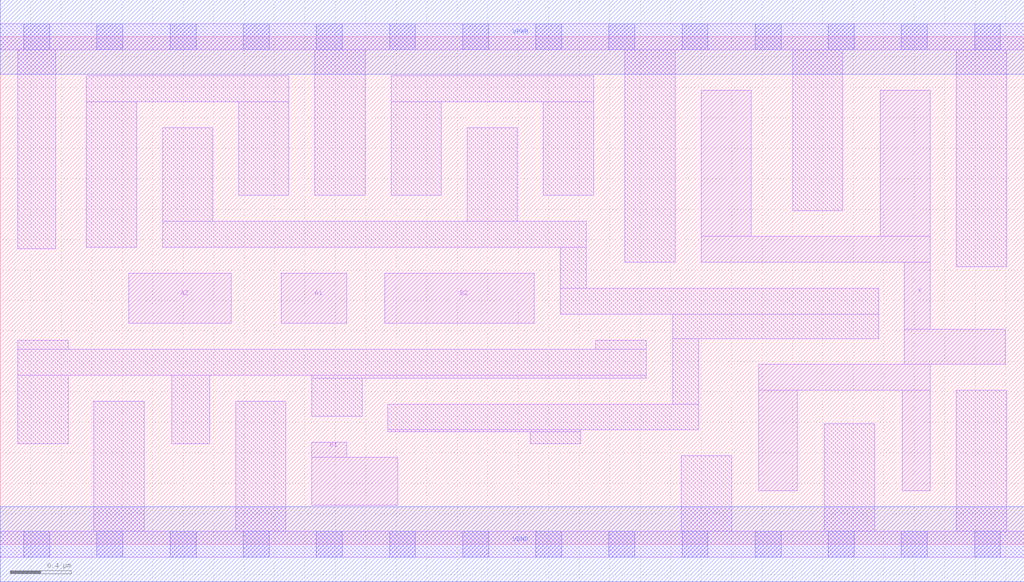
<source format=lef>
# Copyright 2020 The SkyWater PDK Authors
#
# Licensed under the Apache License, Version 2.0 (the "License");
# you may not use this file except in compliance with the License.
# You may obtain a copy of the License at
#
#     https://www.apache.org/licenses/LICENSE-2.0
#
# Unless required by applicable law or agreed to in writing, software
# distributed under the License is distributed on an "AS IS" BASIS,
# WITHOUT WARRANTIES OR CONDITIONS OF ANY KIND, either express or implied.
# See the License for the specific language governing permissions and
# limitations under the License.
#
# SPDX-License-Identifier: Apache-2.0

VERSION 5.7 ;
  NAMESCASESENSITIVE ON ;
  NOWIREEXTENSIONATPIN ON ;
  DIVIDERCHAR "/" ;
  BUSBITCHARS "[]" ;
UNITS
  DATABASE MICRONS 200 ;
END UNITS
MACRO sky130_fd_sc_ls__o22a_4
  CLASS CORE ;
  SOURCE USER ;
  FOREIGN sky130_fd_sc_ls__o22a_4 ;
  ORIGIN  0.000000  0.000000 ;
  SIZE  6.720000 BY  3.330000 ;
  SYMMETRY X Y ;
  SITE unit ;
  PIN A1
    ANTENNAGATEAREA  0.492000 ;
    DIRECTION INPUT ;
    USE SIGNAL ;
    PORT
      LAYER li1 ;
        RECT 1.845000 1.450000 2.275000 1.780000 ;
    END
  END A1
  PIN A2
    ANTENNAGATEAREA  0.492000 ;
    DIRECTION INPUT ;
    USE SIGNAL ;
    PORT
      LAYER li1 ;
        RECT 0.845000 1.450000 1.515000 1.780000 ;
    END
  END A2
  PIN B1
    ANTENNAGATEAREA  0.492000 ;
    DIRECTION INPUT ;
    USE SIGNAL ;
    PORT
      LAYER li1 ;
        RECT 2.045000 0.255000 2.610000 0.570000 ;
        RECT 2.045000 0.570000 2.275000 0.670000 ;
    END
  END B1
  PIN B2
    ANTENNAGATEAREA  0.492000 ;
    DIRECTION INPUT ;
    USE SIGNAL ;
    PORT
      LAYER li1 ;
        RECT 2.525000 1.450000 3.505000 1.780000 ;
    END
  END B2
  PIN X
    ANTENNADIFFAREA  1.125600 ;
    DIRECTION OUTPUT ;
    USE SIGNAL ;
    PORT
      LAYER li1 ;
        RECT 4.600000 1.850000 6.105000 2.020000 ;
        RECT 4.600000 2.020000 4.930000 2.980000 ;
        RECT 4.980000 0.350000 5.230000 1.010000 ;
        RECT 4.980000 1.010000 6.105000 1.180000 ;
        RECT 5.775000 2.020000 6.105000 2.980000 ;
        RECT 5.920000 0.350000 6.105000 1.010000 ;
        RECT 5.935000 1.180000 6.595000 1.410000 ;
        RECT 5.935000 1.410000 6.105000 1.850000 ;
    END
  END X
  PIN VGND
    DIRECTION INOUT ;
    SHAPE ABUTMENT ;
    USE GROUND ;
    PORT
      LAYER met1 ;
        RECT 0.000000 -0.245000 6.720000 0.245000 ;
    END
  END VGND
  PIN VPWR
    DIRECTION INOUT ;
    SHAPE ABUTMENT ;
    USE POWER ;
    PORT
      LAYER met1 ;
        RECT 0.000000 3.085000 6.720000 3.575000 ;
    END
  END VPWR
  OBS
    LAYER li1 ;
      RECT 0.000000 -0.085000 6.720000 0.085000 ;
      RECT 0.000000  3.245000 6.720000 3.415000 ;
      RECT 0.115000  0.660000 0.445000 1.110000 ;
      RECT 0.115000  1.110000 4.240000 1.280000 ;
      RECT 0.115000  1.280000 0.445000 1.340000 ;
      RECT 0.115000  1.940000 0.365000 3.245000 ;
      RECT 0.565000  1.950000 0.895000 2.905000 ;
      RECT 0.565000  2.905000 1.895000 3.075000 ;
      RECT 0.615000  0.085000 0.945000 0.940000 ;
      RECT 1.065000  1.950000 3.845000 2.120000 ;
      RECT 1.065000  2.120000 1.395000 2.735000 ;
      RECT 1.125000  0.660000 1.375000 1.110000 ;
      RECT 1.545000  0.085000 1.875000 0.940000 ;
      RECT 1.565000  2.290000 1.895000 2.905000 ;
      RECT 2.045000  0.840000 2.375000 1.090000 ;
      RECT 2.045000  1.090000 4.240000 1.110000 ;
      RECT 2.065000  2.290000 2.395000 3.245000 ;
      RECT 2.545000  0.740000 3.810000 0.750000 ;
      RECT 2.545000  0.750000 4.585000 0.920000 ;
      RECT 2.565000  2.290000 2.895000 2.905000 ;
      RECT 2.565000  2.905000 3.895000 3.075000 ;
      RECT 3.065000  2.120000 3.395000 2.735000 ;
      RECT 3.480000  0.660000 3.810000 0.740000 ;
      RECT 3.565000  2.290000 3.895000 2.905000 ;
      RECT 3.675000  1.510000 5.765000 1.680000 ;
      RECT 3.675000  1.680000 3.845000 1.950000 ;
      RECT 3.910000  1.280000 4.240000 1.340000 ;
      RECT 4.100000  1.850000 4.430000 3.245000 ;
      RECT 4.415000  0.920000 4.585000 1.350000 ;
      RECT 4.415000  1.350000 5.765000 1.510000 ;
      RECT 4.470000  0.085000 4.800000 0.580000 ;
      RECT 5.200000  2.190000 5.530000 3.245000 ;
      RECT 5.410000  0.085000 5.740000 0.790000 ;
      RECT 6.275000  0.085000 6.605000 1.010000 ;
      RECT 6.275000  1.820000 6.605000 3.245000 ;
    LAYER mcon ;
      RECT 0.155000 -0.085000 0.325000 0.085000 ;
      RECT 0.155000  3.245000 0.325000 3.415000 ;
      RECT 0.635000 -0.085000 0.805000 0.085000 ;
      RECT 0.635000  3.245000 0.805000 3.415000 ;
      RECT 1.115000 -0.085000 1.285000 0.085000 ;
      RECT 1.115000  3.245000 1.285000 3.415000 ;
      RECT 1.595000 -0.085000 1.765000 0.085000 ;
      RECT 1.595000  3.245000 1.765000 3.415000 ;
      RECT 2.075000 -0.085000 2.245000 0.085000 ;
      RECT 2.075000  3.245000 2.245000 3.415000 ;
      RECT 2.555000 -0.085000 2.725000 0.085000 ;
      RECT 2.555000  3.245000 2.725000 3.415000 ;
      RECT 3.035000 -0.085000 3.205000 0.085000 ;
      RECT 3.035000  3.245000 3.205000 3.415000 ;
      RECT 3.515000 -0.085000 3.685000 0.085000 ;
      RECT 3.515000  3.245000 3.685000 3.415000 ;
      RECT 3.995000 -0.085000 4.165000 0.085000 ;
      RECT 3.995000  3.245000 4.165000 3.415000 ;
      RECT 4.475000 -0.085000 4.645000 0.085000 ;
      RECT 4.475000  3.245000 4.645000 3.415000 ;
      RECT 4.955000 -0.085000 5.125000 0.085000 ;
      RECT 4.955000  3.245000 5.125000 3.415000 ;
      RECT 5.435000 -0.085000 5.605000 0.085000 ;
      RECT 5.435000  3.245000 5.605000 3.415000 ;
      RECT 5.915000 -0.085000 6.085000 0.085000 ;
      RECT 5.915000  3.245000 6.085000 3.415000 ;
      RECT 6.395000 -0.085000 6.565000 0.085000 ;
      RECT 6.395000  3.245000 6.565000 3.415000 ;
  END
END sky130_fd_sc_ls__o22a_4
END LIBRARY

</source>
